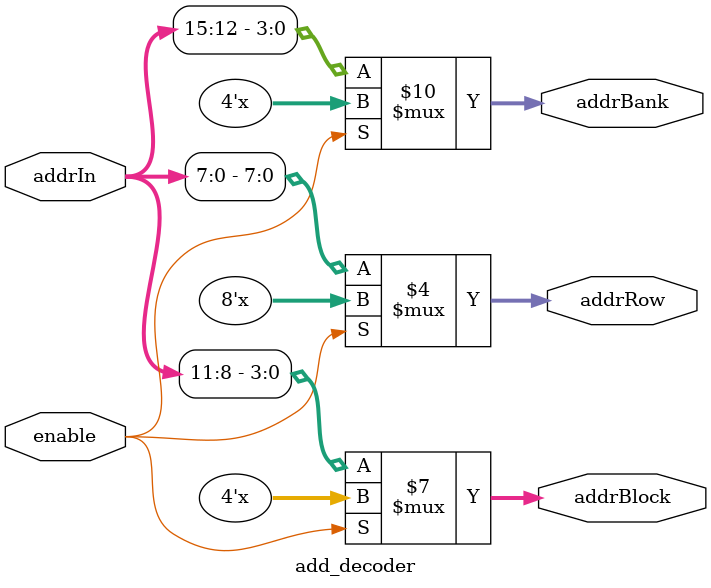
<source format=v>
module add_decoder(addrBank, addrBlock, addrRow, addrIn, enable);

output reg [3:0] addrBank, addrBlock;
output reg [7:0] addrRow;
input wire [15:0] addrIn;
input wire enable;

always@(enable or addrIn)
begin
	if(!enable)
	begin
		addrBank = addrIn[15:12];
		addrBlock = addrIn[11:8];
		addrRow = addrIn[7:0];
	end
end

endmodule


</source>
